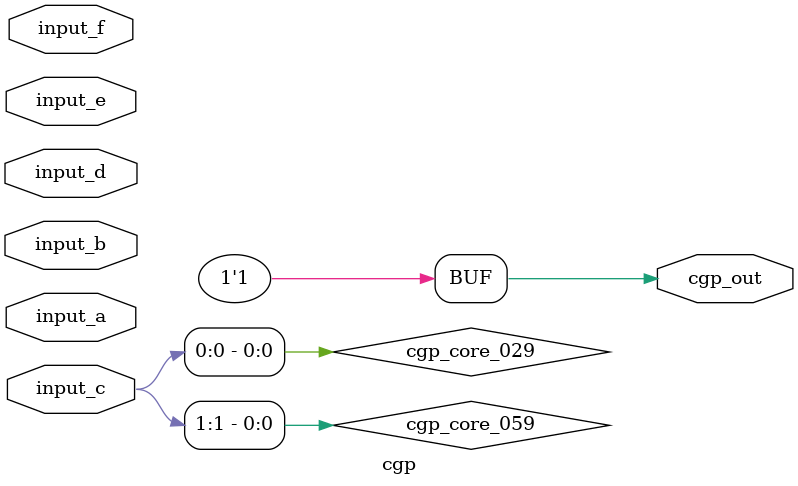
<source format=v>
module cgp(input [1:0] input_a, input [1:0] input_b, input [1:0] input_c, input [1:0] input_d, input [1:0] input_e, input [1:0] input_f, output [0:0] cgp_out);
  wire cgp_core_014;
  wire cgp_core_016;
  wire cgp_core_017;
  wire cgp_core_021;
  wire cgp_core_022;
  wire cgp_core_023;
  wire cgp_core_024;
  wire cgp_core_025;
  wire cgp_core_026;
  wire cgp_core_027;
  wire cgp_core_028;
  wire cgp_core_029;
  wire cgp_core_030;
  wire cgp_core_031;
  wire cgp_core_035;
  wire cgp_core_037;
  wire cgp_core_038;
  wire cgp_core_039_not;
  wire cgp_core_041;
  wire cgp_core_042;
  wire cgp_core_044;
  wire cgp_core_045;
  wire cgp_core_046;
  wire cgp_core_047;
  wire cgp_core_048;
  wire cgp_core_049_not;
  wire cgp_core_051;
  wire cgp_core_052;
  wire cgp_core_053;
  wire cgp_core_054;
  wire cgp_core_055;
  wire cgp_core_056;
  wire cgp_core_057;
  wire cgp_core_058;
  wire cgp_core_059;
  wire cgp_core_060;
  wire cgp_core_061_not;
  wire cgp_core_062;
  wire cgp_core_063;
  wire cgp_core_064_not;
  wire cgp_core_066;
  wire cgp_core_067;
  wire cgp_core_071;

  assign cgp_core_014 = input_e[0] ^ input_c[0];
  assign cgp_core_016 = input_a[1] & input_c[1];
  assign cgp_core_017 = input_a[1] & input_c[1];
  assign cgp_core_021 = input_e[0] ^ input_f[0];
  assign cgp_core_022 = input_e[0] & input_f[0];
  assign cgp_core_023 = input_b[1] ^ input_f[1];
  assign cgp_core_024 = input_e[1] & input_f[1];
  assign cgp_core_025 = cgp_core_023 ^ cgp_core_022;
  assign cgp_core_026 = ~(input_f[0] & input_d[1]);
  assign cgp_core_027 = cgp_core_024 | input_d[0];
  assign cgp_core_028 = input_d[0] ^ cgp_core_021;
  assign cgp_core_029 = input_c[0] & input_c[0];
  assign cgp_core_030 = input_d[1] ^ cgp_core_025;
  assign cgp_core_031 = ~(input_e[1] | input_e[1]);
  assign cgp_core_035 = input_f[1] ^ cgp_core_031;
  assign cgp_core_037 = ~(input_c[1] & cgp_core_028);
  assign cgp_core_038 = cgp_core_014 ^ input_b[1];
  assign cgp_core_039_not = ~input_e[1];
  assign cgp_core_041 = cgp_core_039_not ^ cgp_core_038;
  assign cgp_core_042 = input_a[1] & cgp_core_038;
  assign cgp_core_044 = cgp_core_016 ^ cgp_core_035;
  assign cgp_core_045 = ~cgp_core_016;
  assign cgp_core_046 = cgp_core_044 & input_d[1];
  assign cgp_core_047 = ~(cgp_core_044 | input_f[1]);
  assign cgp_core_048 = ~(input_c[1] & input_d[1]);
  assign cgp_core_049_not = ~cgp_core_048;
  assign cgp_core_051 = ~input_d[0];
  assign cgp_core_052 = cgp_core_049_not & input_f[0];
  assign cgp_core_053 = ~cgp_core_049_not;
  assign cgp_core_054 = cgp_core_053 & cgp_core_051;
  assign cgp_core_055 = cgp_core_046 ^ cgp_core_054;
  assign cgp_core_056 = ~cgp_core_046;
  assign cgp_core_057 = input_c[0] & input_e[0];
  assign cgp_core_058 = ~input_b[1];
  assign cgp_core_059 = input_c[1] & input_c[1];
  assign cgp_core_060 = input_d[1] & cgp_core_057;
  assign cgp_core_061_not = ~input_f[1];
  assign cgp_core_062 = input_e[0] & input_c[1];
  assign cgp_core_063 = ~input_a[1];
  assign cgp_core_064_not = ~input_c[1];
  assign cgp_core_066 = ~(cgp_core_037 ^ input_b[0]);
  assign cgp_core_067 = input_c[0] & input_d[0];
  assign cgp_core_071 = ~(cgp_core_052 & input_c[1]);

  assign cgp_out[0] = 1'b1;
endmodule
</source>
